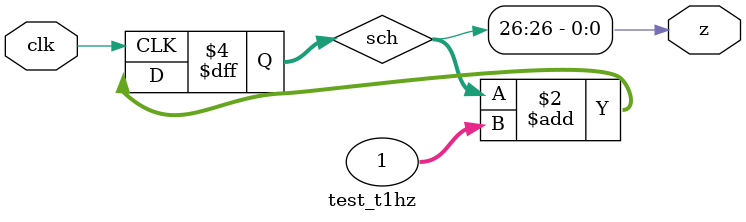
<source format=sv>
`timescale 1 ns / 1 ns

module test_t1hz (
	input clk,    // Clock
	output z
);

logic [31:0] sch=0;

always_ff @(posedge clk) 
begin 
	sch<=sch+1;
end
assign z=sch[26];//будет 67/48  секунды , если clk=48 МГц
endmodule
</source>
